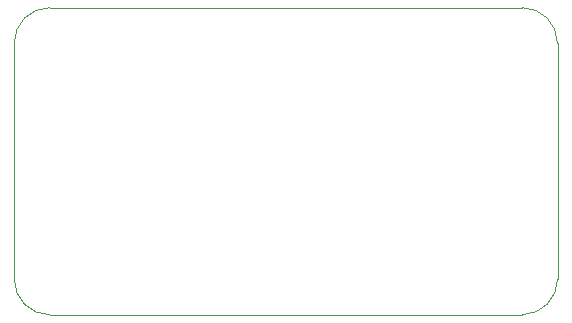
<source format=gm1>
%TF.GenerationSoftware,KiCad,Pcbnew,(6.0.0)*%
%TF.CreationDate,2023-02-05T21:46:31-06:00*%
%TF.ProjectId,drv8212p_eval,64727638-3231-4327-905f-6576616c2e6b,rev?*%
%TF.SameCoordinates,Original*%
%TF.FileFunction,Profile,NP*%
%FSLAX46Y46*%
G04 Gerber Fmt 4.6, Leading zero omitted, Abs format (unit mm)*
G04 Created by KiCad (PCBNEW (6.0.0)) date 2023-02-05 21:46:31*
%MOMM*%
%LPD*%
G01*
G04 APERTURE LIST*
%TA.AperFunction,Profile*%
%ADD10C,0.100000*%
%TD*%
G04 APERTURE END LIST*
D10*
X150000000Y-93000000D02*
G75*
G03*
X153000000Y-90000000I-1J3000001D01*
G01*
X107000000Y-90000000D02*
G75*
G03*
X110000000Y-93000000I3000001J1D01*
G01*
X153000000Y-70000000D02*
G75*
G03*
X150000000Y-67000000I-3000001J-1D01*
G01*
X110000000Y-67000000D02*
G75*
G03*
X107000000Y-70000000I1J-3000001D01*
G01*
X153000000Y-70000000D02*
X153000000Y-90000000D01*
X150000000Y-93000000D02*
X110000000Y-93000000D01*
X107000000Y-90000000D02*
X107000000Y-70000000D01*
X110000000Y-67000000D02*
X150000000Y-67000000D01*
M02*

</source>
